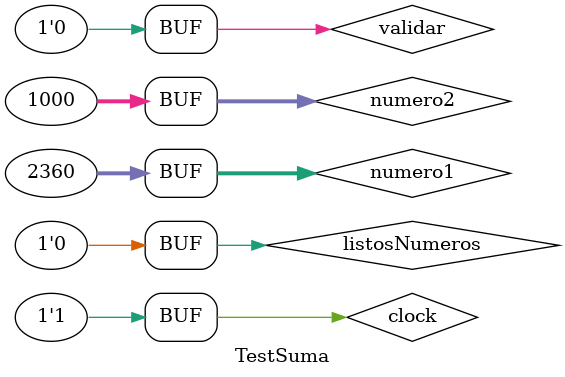
<source format=v>
`timescale 1ns / 1ps


module TestSuma;

	// Inputs
	reg clock;
	reg validar;
	reg listosNumeros;
	reg [31:0] numero1;
	reg [31:0] numero2;

	// Outputs
	wire [31:0] numero1f;
	wire [31:0] numero2f;
	wire [20:0] sumatotal;
	wire [31:0] sumatotalf;
	wire recibido1;
	wire recibido2;

	// Instantiate the Unit Under Test (UUT)
	suma uut (
		.clock(clock), 
		.validar(validar), 
		.listosNumeros(listosNumeros), 
		.numero1(numero1), 
		.numero2(numero2), 
		.numero1f(numero1f), 
		.numero2f(numero2f), 
		.sumatotal(sumatotal), 
		.sumatotalf(sumatotalf), 
		.recibido1(recibido1), 
		.recibido2(recibido2)
	);

	initial begin
		validar = 1;
		listosNumeros = 0;
		numero1 = 2360;
		numero2 = 1000;
   	#250;
		#250;
      validar = 1;
		listosNumeros = 0;
		//validar=0;
		#500;
		#5;//PILASSSSSSSSSSSSSSSSSSSSSSSSSSSSSSSSSSSSSSSSs
		validar = 1;
		#15;
		validar=0;
		#500;
		/////
		#5;
		listosNumeros = 1;
		validar = 1;
		#10;
		listosNumeros = 0;
		validar = 0;
		#505;
		#5;
		listosNumeros = 1;
		validar = 1;
		#10;
		validar = 0;
		listosNumeros = 0;
		#505;////
		#5;
		listosNumeros = 1;
		validar = 1;
		#10;
		validar = 0;
		listosNumeros = 0;
		#505;
		#5;
		listosNumeros = 1;
		validar = 1;
		#10;
		validar = 0;
		listosNumeros = 0;
		#505;////
		#5;
		listosNumeros = 1;
		validar = 1;
		#10;
		validar = 0;
		listosNumeros = 0;
		#505;
		#5;
		listosNumeros = 1;
		validar = 1;
		#10;
		validar = 0;
		listosNumeros = 0;
		#505;////
		#5;
		listosNumeros = 1;
		validar = 1;
		#10;
		validar = 0;
		listosNumeros = 0;
		#505;
		#5;
		listosNumeros = 1;
		validar = 1;
		#10;
		validar = 0;
		listosNumeros = 0;
		
		/*
		#500;//////////////KEYYYYYY505//////////////////////
		validar = 1;#5;
		listosNumeros = 1;
		#10;
		listosNumeros = 0;
		validar = 0;
		#505;
		validar = 1;#5;
		listosNumeros = 1;
		#10;
		validar = 0;
		listosNumeros = 0;
		#505;////
		validar = 1;#5;
		listosNumeros = 1;
		#10;
		validar = 0;
		listosNumeros = 0;
		#505;
		validar = 1;#5;
		listosNumeros = 1;
		#10;
		validar = 0;
		listosNumeros = 0;
		#505;////
		validar = 1;#5;
		listosNumeros = 1;
		#10;
		validar = 0;
		listosNumeros = 0;
		#505;
		validar = 1;#5;
		listosNumeros = 1;
		#10;
		validar = 0;
		listosNumeros = 0;
		#505;////
		validar = 1;#5;
		listosNumeros = 1;
		#10;
		validar = 0;
		listosNumeros = 0;
		#505;
		validar = 1;#5;
		listosNumeros = 1;
		#10;
		validar = 0;
		listosNumeros = 0;
		*/

	end
	
	always begin 
	clock=0;#5;
	clock=1;#5;
	end
      
endmodule


</source>
